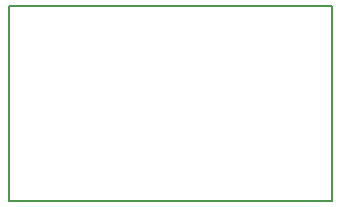
<source format=gbr>
%TF.GenerationSoftware,KiCad,Pcbnew,(6.0.7)*%
%TF.CreationDate,2023-01-18T19:02:27-08:00*%
%TF.ProjectId,MiniD_BOB,4d696e69-445f-4424-9f42-2e6b69636164,rev?*%
%TF.SameCoordinates,PX9b79068PY6702d98*%
%TF.FileFunction,Profile,NP*%
%FSLAX46Y46*%
G04 Gerber Fmt 4.6, Leading zero omitted, Abs format (unit mm)*
G04 Created by KiCad (PCBNEW (6.0.7)) date 2023-01-18 19:02:27*
%MOMM*%
%LPD*%
G01*
G04 APERTURE LIST*
%TA.AperFunction,Profile*%
%ADD10C,0.200000*%
%TD*%
G04 APERTURE END LIST*
D10*
X-12700000Y7620000D02*
X14605000Y7620000D01*
X14605000Y7620000D02*
X14605000Y-8890000D01*
X14605000Y-8890000D02*
X-12700000Y-8890000D01*
X-12700000Y-8890000D02*
X-12700000Y7620000D01*
M02*

</source>
